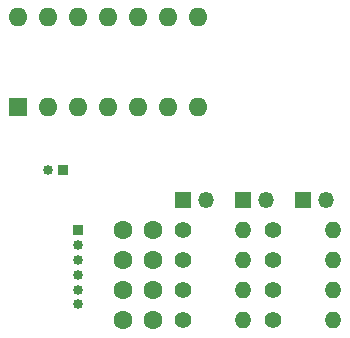
<source format=gts>
G04 #@! TF.FileFunction,Soldermask,Top*
%FSLAX46Y46*%
G04 Gerber Fmt 4.6, Leading zero omitted, Abs format (unit mm)*
G04 Created by KiCad (PCBNEW 4.0.6) date 06/27/19 09:12:53*
%MOMM*%
%LPD*%
G01*
G04 APERTURE LIST*
%ADD10C,0.100000*%
%ADD11R,1.600000X1.600000*%
%ADD12O,1.600000X1.600000*%
%ADD13C,1.400000*%
%ADD14O,1.400000X1.400000*%
%ADD15R,0.850000X0.850000*%
%ADD16C,0.850000*%
%ADD17C,1.600000*%
%ADD18R,1.350000X1.350000*%
%ADD19O,1.350000X1.350000*%
G04 APERTURE END LIST*
D10*
D11*
X229108000Y-103235000D03*
D12*
X244348000Y-95615000D03*
X231648000Y-103235000D03*
X241808000Y-95615000D03*
X234188000Y-103235000D03*
X239268000Y-95615000D03*
X236728000Y-103235000D03*
X236728000Y-95615000D03*
X239268000Y-103235000D03*
X234188000Y-95615000D03*
X241808000Y-103235000D03*
X231648000Y-95615000D03*
X244348000Y-103235000D03*
X229108000Y-95615000D03*
D13*
X250738000Y-113665000D03*
D14*
X255818000Y-113665000D03*
D15*
X234188000Y-113665000D03*
D16*
X234188000Y-114915000D03*
X234188000Y-116165000D03*
X234188000Y-117415000D03*
X234188000Y-118665000D03*
X234188000Y-119915000D03*
D13*
X250738000Y-116205000D03*
D14*
X255818000Y-116205000D03*
D13*
X250738000Y-121285000D03*
D14*
X255818000Y-121285000D03*
D13*
X250738000Y-118745000D03*
D14*
X255818000Y-118745000D03*
D13*
X243118000Y-116205000D03*
D14*
X248198000Y-116205000D03*
D13*
X243118000Y-118745000D03*
D14*
X248198000Y-118745000D03*
D13*
X243118000Y-121285000D03*
D14*
X248198000Y-121285000D03*
D17*
X240538000Y-121285000D03*
X238038000Y-121285000D03*
X240538000Y-118745000D03*
X238038000Y-118745000D03*
X240538000Y-116205000D03*
X238038000Y-116205000D03*
X240538000Y-113665000D03*
X238038000Y-113665000D03*
D13*
X243118000Y-113665000D03*
D14*
X248198000Y-113665000D03*
D18*
X248158000Y-111125000D03*
D19*
X250158000Y-111125000D03*
D18*
X253238000Y-111125000D03*
D19*
X255238000Y-111125000D03*
D18*
X243078000Y-111125000D03*
D19*
X245078000Y-111125000D03*
D15*
X232918000Y-108585000D03*
D16*
X231668000Y-108585000D03*
M02*

</source>
